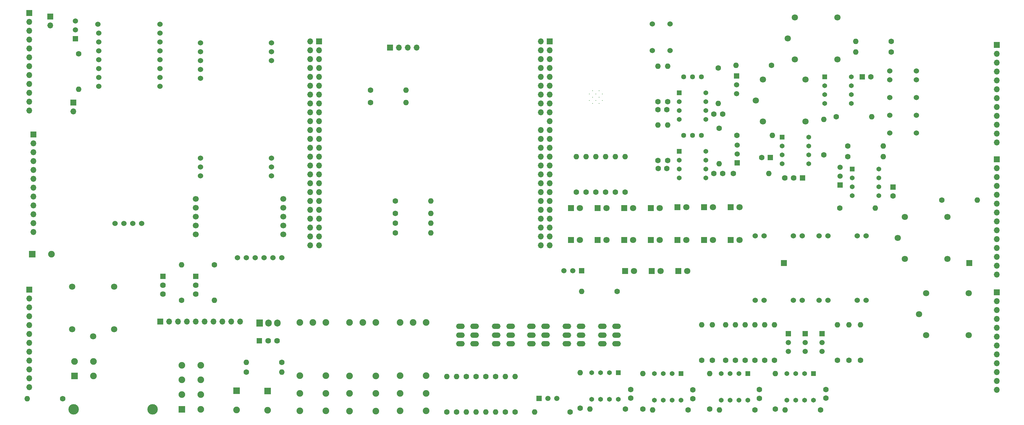
<source format=gbr>
%TF.GenerationSoftware,KiCad,Pcbnew,(6.0.5)*%
%TF.CreationDate,2023-07-29T02:07:02+09:00*%
%TF.ProjectId,LV_PCB,4c565f50-4342-42e6-9b69-6361645f7063,rev?*%
%TF.SameCoordinates,Original*%
%TF.FileFunction,Soldermask,Bot*%
%TF.FilePolarity,Negative*%
%FSLAX46Y46*%
G04 Gerber Fmt 4.6, Leading zero omitted, Abs format (unit mm)*
G04 Created by KiCad (PCBNEW (6.0.5)) date 2023-07-29 02:07:02*
%MOMM*%
%LPD*%
G01*
G04 APERTURE LIST*
%ADD10C,1.600000*%
%ADD11O,1.600000X1.600000*%
%ADD12R,1.500000X1.500000*%
%ADD13C,1.500000*%
%ADD14R,1.800000X1.800000*%
%ADD15C,1.800000*%
%ADD16C,1.524000*%
%ADD17R,1.700000X1.700000*%
%ADD18O,1.700000X1.700000*%
%ADD19C,1.440000*%
%ADD20O,2.500000X1.500000*%
%ADD21R,1.600000X1.600000*%
%ADD22R,1.900000X1.900000*%
%ADD23C,1.900000*%
%ADD24R,1.371600X1.371600*%
%ADD25C,1.371600*%
%ADD26R,1.625600X1.625600*%
%ADD27C,1.625600*%
%ADD28C,1.905000*%
%ADD29C,1.700000*%
%ADD30R,1.905000X2.000000*%
%ADD31O,1.905000X2.000000*%
%ADD32C,3.000000*%
%ADD33C,0.300000*%
G04 APERTURE END LIST*
D10*
%TO.C,R19*%
X205994000Y53340000D03*
D11*
X205994000Y63500000D03*
%TD*%
D10*
%TO.C,R31*%
X264424000Y134620000D03*
D11*
X264424000Y124460000D03*
%TD*%
D12*
%TO.C,Q10*%
X284247000Y75819000D03*
D13*
X284247000Y73279000D03*
X284247000Y70739000D03*
%TD*%
D10*
%TO.C,R63*%
X231902000Y116332000D03*
D11*
X231902000Y126492000D03*
%TD*%
D14*
%TO.C,D12*%
X252476000Y112014000D03*
D15*
X255016000Y112014000D03*
%TD*%
D10*
%TO.C,R21*%
X269504000Y132588000D03*
D11*
X279664000Y132588000D03*
%TD*%
D10*
%TO.C,R41*%
X280543000Y54249000D03*
D11*
X280543000Y64409000D03*
%TD*%
D16*
%TO.C,U5*%
X288194500Y85331000D03*
X285654500Y85331000D03*
X274714500Y85331000D03*
X277254500Y85331000D03*
X288194500Y103791000D03*
X285654500Y103791000D03*
X277254500Y103791000D03*
X274714500Y103791000D03*
%TD*%
D10*
%TO.C,C10*%
X275971000Y59797000D03*
X275971000Y57297000D03*
%TD*%
D14*
%TO.C,D11*%
X260096000Y112014000D03*
D15*
X262636000Y112014000D03*
%TD*%
D10*
%TO.C,R2*%
X76454000Y57150000D03*
D11*
X66294000Y57150000D03*
%TD*%
D10*
%TO.C,R36*%
X298323000Y68199000D03*
D11*
X298323000Y78359000D03*
%TD*%
D12*
%TO.C,Q9*%
X289073000Y75819000D03*
D13*
X289073000Y73279000D03*
X289073000Y70739000D03*
%TD*%
D14*
%TO.C,D5*%
X245110000Y93726000D03*
D15*
X247650000Y93726000D03*
%TD*%
D17*
%TO.C,J14*%
X79512000Y141986000D03*
D18*
X79512000Y139446000D03*
%TD*%
D15*
%TO.C,K5*%
X298292800Y166381400D03*
X286092800Y154381400D03*
X286092800Y166381400D03*
X284092800Y160381400D03*
X298292800Y154381400D03*
%TD*%
D10*
%TO.C,R42*%
X261747000Y54229000D03*
D11*
X261747000Y64389000D03*
%TD*%
D10*
%TO.C,R55*%
X171704000Y104648000D03*
D11*
X181864000Y104648000D03*
%TD*%
D19*
%TO.C,RV2*%
X254254000Y132588000D03*
X256794000Y132588000D03*
X259334000Y132588000D03*
%TD*%
D20*
%TO.C,SW2*%
X190335700Y72918700D03*
X190335700Y77918700D03*
X190335700Y75418700D03*
X194435700Y75418700D03*
X194435700Y77918700D03*
X194435700Y72918700D03*
%TD*%
%TO.C,SW4*%
X200622700Y72918700D03*
X200622700Y77918700D03*
X200622700Y75418700D03*
X204722700Y75418700D03*
X204722700Y77918700D03*
X204722700Y72918700D03*
%TD*%
D14*
%TO.C,D8*%
X252476000Y102616000D03*
D15*
X255016000Y102616000D03*
%TD*%
D16*
%TO.C,SW8*%
X245294400Y156889700D03*
X250374400Y156889700D03*
X245294400Y164509700D03*
X250374400Y164509700D03*
%TD*%
D21*
%TO.C,C5*%
X305372888Y149352000D03*
D10*
X307872888Y149352000D03*
%TD*%
%TO.C,R23*%
X246898000Y125436000D03*
D11*
X246898000Y135596000D03*
%TD*%
D12*
%TO.C,Q6*%
X269610000Y124714000D03*
D13*
X269610000Y127254000D03*
X269610000Y129794000D03*
%TD*%
D20*
%TO.C,SW1*%
X220815700Y72918700D03*
X220815700Y77918700D03*
X220815700Y75418700D03*
X224915700Y75418700D03*
X224915700Y77918700D03*
X224915700Y72918700D03*
%TD*%
D22*
%TO.C,J6*%
X79808001Y63685999D03*
D23*
X79808001Y67885998D03*
X85308000Y63685999D03*
X85308000Y67885998D03*
%TD*%
D24*
%TO.C,U16*%
X235585000Y64643000D03*
D25*
X233045000Y64643000D03*
X230505000Y64643000D03*
X227965000Y64643000D03*
X227965000Y57023000D03*
X230505000Y57023000D03*
X233045000Y57023000D03*
X235585000Y57023000D03*
%TD*%
D17*
%TO.C,J2*%
X343916000Y87625000D03*
D18*
X343916000Y85085000D03*
X343916000Y82545000D03*
X343916000Y80005000D03*
X343916000Y77465000D03*
X343916000Y74925000D03*
X343916000Y72385000D03*
X343916000Y69845000D03*
X343916000Y67305000D03*
X343916000Y64765000D03*
X343916000Y62225000D03*
X343916000Y59685000D03*
%TD*%
D21*
%TO.C,10uF1*%
X279091113Y126238000D03*
D10*
X276591113Y126238000D03*
%TD*%
%TO.C,R12*%
X139192000Y67564000D03*
D11*
X129032000Y67564000D03*
%TD*%
D10*
%TO.C,R43*%
X293497000Y53995000D03*
D11*
X283337000Y53995000D03*
%TD*%
D14*
%TO.C,D9*%
X267711000Y112014000D03*
D15*
X270251000Y112014000D03*
%TD*%
D14*
%TO.C,D7*%
X252730000Y93726000D03*
D15*
X255270000Y93726000D03*
%TD*%
D19*
%TO.C,RV1*%
X254254000Y149352000D03*
X256794000Y149352000D03*
X259334000Y149352000D03*
%TD*%
D26*
%TO.C,Q2*%
X132770600Y73799700D03*
D27*
X135310600Y73799700D03*
X137850600Y73799700D03*
%TD*%
D10*
%TO.C,C1*%
X262920000Y138684000D03*
X265420000Y138684000D03*
%TD*%
D17*
%TO.C,J12*%
X68072000Y132842000D03*
D18*
X68072000Y130302000D03*
X68072000Y127762000D03*
X68072000Y125222000D03*
X68072000Y122682000D03*
X68072000Y120142000D03*
X68072000Y117602000D03*
X68072000Y115062000D03*
X68072000Y112522000D03*
X68072000Y109982000D03*
X68072000Y107442000D03*
X68072000Y104902000D03*
%TD*%
D10*
%TO.C,R62*%
X229108000Y116332000D03*
D11*
X229108000Y126492000D03*
%TD*%
D24*
%TO.C,U13*%
X294640000Y149352000D03*
D25*
X294640000Y146812000D03*
X294640000Y144272000D03*
X294640000Y141732000D03*
X302260000Y141732000D03*
X302260000Y144272000D03*
X302260000Y146812000D03*
X302260000Y149352000D03*
%TD*%
D15*
%TO.C,K2*%
X79197200Y89263600D03*
X91197200Y77063600D03*
X79197200Y77063600D03*
X85197200Y75063600D03*
X91197200Y89263600D03*
%TD*%
D10*
%TO.C,R46*%
X301244000Y126492000D03*
D11*
X311404000Y126492000D03*
%TD*%
D10*
%TO.C,R52*%
X164592000Y145542000D03*
D11*
X174752000Y145542000D03*
%TD*%
D10*
%TO.C,R50*%
X301244000Y129540000D03*
D11*
X311404000Y129540000D03*
%TD*%
D10*
%TO.C,R3*%
X119888000Y95504000D03*
D11*
X119888000Y85344000D03*
%TD*%
D12*
%TO.C,Q8*%
X293899000Y75819000D03*
D13*
X293899000Y73279000D03*
X293899000Y70739000D03*
%TD*%
D16*
%TO.C,K6*%
X320897000Y151035000D03*
X320897000Y148495000D03*
X320897000Y143415000D03*
X320897000Y138335000D03*
X320897000Y133255000D03*
X313277000Y133255000D03*
X313277000Y138335000D03*
X313277000Y143415000D03*
X313277000Y148495000D03*
X313277000Y151035000D03*
%TD*%
D17*
%TO.C,J15*%
X336052000Y96012000D03*
%TD*%
D28*
%TO.C,RLY2*%
X158616000Y78994000D03*
X166116000Y78994000D03*
X162366000Y78994003D03*
X166116000Y58694003D03*
X166116000Y63734003D03*
X166116000Y53654000D03*
X158615944Y58694079D03*
X158615944Y63734079D03*
X158616000Y53654000D03*
%TD*%
%TO.C,RLY3*%
X173034000Y79039387D03*
X180534000Y79039387D03*
X176784000Y79039390D03*
X180534000Y58739390D03*
X180534000Y63779390D03*
X180534000Y53699387D03*
X173033944Y58739466D03*
X173033944Y63779466D03*
X173034000Y53699387D03*
%TD*%
D14*
%TO.C,D2*%
X237490000Y93726000D03*
D15*
X240030000Y93726000D03*
%TD*%
D10*
%TO.C,R5*%
X189230000Y53340000D03*
D11*
X189230000Y63500000D03*
%TD*%
D17*
%TO.C,J5*%
X343916000Y125720000D03*
D18*
X343916000Y123180000D03*
X343916000Y120640000D03*
X343916000Y118100000D03*
X343916000Y115560000D03*
X343916000Y113020000D03*
X343916000Y110480000D03*
X343916000Y107940000D03*
X343916000Y105400000D03*
X343916000Y102860000D03*
X343916000Y100320000D03*
X343916000Y97780000D03*
X343916000Y95240000D03*
X343916000Y92700000D03*
%TD*%
D16*
%TO.C,U10*%
X99095200Y107408600D03*
X96555200Y107408600D03*
X94015200Y107408600D03*
X91475200Y107408600D03*
%TD*%
%TO.C,U12*%
X104324400Y146658600D03*
X104324400Y149198600D03*
X104324400Y151738600D03*
X104324400Y154278600D03*
X104324400Y156818600D03*
X104324400Y159358600D03*
X104324400Y161898600D03*
X104324400Y164438600D03*
X86544400Y164438600D03*
X86773000Y161898600D03*
X86773000Y159358600D03*
X86773000Y156818600D03*
X86773000Y154278600D03*
X86773000Y151738600D03*
X86773000Y149198600D03*
X86773000Y146658600D03*
%TD*%
D17*
%TO.C,J7*%
X104399000Y79248000D03*
D18*
X106939000Y79248000D03*
X109479000Y79248000D03*
X112019000Y79248000D03*
X114559000Y79248000D03*
X117099000Y79248000D03*
X119639000Y79248000D03*
X122179000Y79248000D03*
X124719000Y79248000D03*
X127259000Y79248000D03*
%TD*%
D16*
%TO.C,U7*%
X126483700Y97522700D03*
X129023700Y97522700D03*
X131563700Y97522700D03*
X134103700Y97522700D03*
X136643700Y97522700D03*
X139183700Y97522700D03*
%TD*%
D10*
%TO.C,R7*%
X194818000Y63500000D03*
D11*
X194818000Y53340000D03*
%TD*%
D12*
%TO.C,Q13*%
X299064000Y118364000D03*
D13*
X299064000Y120904000D03*
X299064000Y123444000D03*
%TD*%
D29*
%TO.C,U9*%
X139595000Y111855000D03*
X139595000Y109315000D03*
X139595000Y106775000D03*
X139595000Y104235000D03*
X114595000Y104235000D03*
X114595000Y106775000D03*
X114595000Y109315000D03*
X114595000Y111855000D03*
X114595000Y114395000D03*
X139595000Y114395000D03*
%TD*%
D10*
%TO.C,R60*%
X223520000Y116332000D03*
D11*
X223520000Y126492000D03*
%TD*%
D14*
%TO.C,D10*%
X260096000Y102616000D03*
D15*
X262636000Y102616000D03*
%TD*%
D14*
%TO.C,D3*%
X229616000Y102616000D03*
D15*
X232156000Y102616000D03*
%TD*%
D22*
%TO.C,J13*%
X67743001Y98569500D03*
D23*
X73243000Y98569500D03*
%TD*%
D24*
%TO.C,U2*%
X252994000Y144780000D03*
D25*
X252994000Y142240000D03*
X252994000Y139700000D03*
X252994000Y137160000D03*
X260614000Y137160000D03*
X260614000Y139700000D03*
X260614000Y142240000D03*
X260614000Y144780000D03*
%TD*%
D10*
%TO.C,R34*%
X304927000Y68199000D03*
D11*
X304927000Y78359000D03*
%TD*%
D10*
%TO.C,R44*%
X274701000Y53975000D03*
D11*
X264541000Y53975000D03*
%TD*%
D10*
%TO.C,R26*%
X274701000Y68199000D03*
D11*
X274701000Y78359000D03*
%TD*%
D16*
%TO.C,U6*%
X303942500Y85331000D03*
X306482500Y85331000D03*
X293002500Y85331000D03*
X295542500Y85331000D03*
X306482500Y103791000D03*
X303942500Y103791000D03*
X293002500Y103791000D03*
X295542500Y103791000D03*
%TD*%
D26*
%TO.C,Q1*%
X105156000Y92202000D03*
D27*
X105156000Y89662000D03*
X105156000Y87122000D03*
%TD*%
D10*
%TO.C,R57*%
X313690000Y159512000D03*
D11*
X303530000Y159512000D03*
%TD*%
D10*
%TO.C,R27*%
X277495000Y68199000D03*
D11*
X277495000Y78359000D03*
%TD*%
D10*
%TO.C,C7*%
X239141000Y59817000D03*
X239141000Y57317000D03*
%TD*%
D26*
%TO.C,Q4*%
X288300000Y120396000D03*
D27*
X285760000Y120396000D03*
X283220000Y120396000D03*
%TD*%
D10*
%TO.C,R38*%
X297942000Y137922000D03*
D11*
X308102000Y137922000D03*
%TD*%
D22*
%TO.C,J3*%
X110542001Y54169503D03*
D23*
X110542001Y58369502D03*
X110542001Y62569501D03*
X110542001Y66769501D03*
X116042000Y54169503D03*
X116042000Y58369502D03*
X116042000Y62569501D03*
X116042000Y66769501D03*
%TD*%
D30*
%TO.C,Q3*%
X132842000Y78811000D03*
D31*
X135382000Y78811000D03*
X137922000Y78811000D03*
%TD*%
D22*
%TO.C,J11*%
X135138000Y59383999D03*
D23*
X135138000Y53884000D03*
%TD*%
D10*
%TO.C,R6*%
X192024000Y63500000D03*
D11*
X192024000Y53340000D03*
%TD*%
D14*
%TO.C,D13*%
X221996000Y111760000D03*
D15*
X224536000Y111760000D03*
%TD*%
D10*
%TO.C,R56*%
X171704000Y107442000D03*
D11*
X181864000Y107442000D03*
%TD*%
D17*
%TO.C,J4*%
X66929000Y88392000D03*
D18*
X66929000Y85852000D03*
X66929000Y83312000D03*
X66929000Y80772000D03*
X66929000Y78232000D03*
X66929000Y75692000D03*
X66929000Y73152000D03*
X66929000Y70612000D03*
X66929000Y68072000D03*
X66929000Y65532000D03*
X66929000Y62992000D03*
X66929000Y60452000D03*
%TD*%
D24*
%TO.C,U19*%
X272669000Y64389000D03*
D25*
X270129000Y64389000D03*
X267589000Y64389000D03*
X265049000Y64389000D03*
X265049000Y56769000D03*
X267589000Y56769000D03*
X270129000Y56769000D03*
X272669000Y56769000D03*
%TD*%
D10*
%TO.C,R17*%
X268488000Y121666000D03*
D11*
X278648000Y121666000D03*
%TD*%
D10*
%TO.C,R13*%
X262509000Y68199000D03*
D11*
X262509000Y78359000D03*
%TD*%
D10*
%TO.C,R58*%
X313690000Y156464000D03*
D11*
X303530000Y156464000D03*
%TD*%
D10*
%TO.C,C8*%
X256921000Y59690000D03*
X256921000Y57190000D03*
%TD*%
%TO.C,R53*%
X171704000Y113792000D03*
D11*
X181864000Y113792000D03*
%TD*%
D10*
%TO.C,R64*%
X203200000Y53340000D03*
D11*
X203200000Y63500000D03*
%TD*%
D10*
%TO.C,R48*%
X328168000Y114046000D03*
D11*
X338328000Y114046000D03*
%TD*%
D10*
%TO.C,R15*%
X221742000Y53340000D03*
D11*
X211582000Y53340000D03*
%TD*%
D20*
%TO.C,SW3*%
X230975700Y72918700D03*
X230975700Y77918700D03*
X230975700Y75418700D03*
X235075700Y75418700D03*
X235075700Y77918700D03*
X235075700Y72918700D03*
%TD*%
D14*
%TO.C,D17*%
X267716000Y102616000D03*
D15*
X270256000Y102616000D03*
%TD*%
D32*
%TO.C,F1*%
X102232000Y54102000D03*
X79632000Y54102000D03*
%TD*%
D14*
%TO.C,D15*%
X237236000Y111760000D03*
D15*
X239776000Y111760000D03*
%TD*%
D10*
%TO.C,R18*%
X294396000Y127000000D03*
D11*
X294396000Y137160000D03*
%TD*%
D12*
%TO.C,Q12*%
X80116000Y160274000D03*
D13*
X80116000Y162814000D03*
X80116000Y165354000D03*
%TD*%
D10*
%TO.C,R4*%
X110490000Y85344000D03*
D11*
X110490000Y95504000D03*
%TD*%
D10*
%TO.C,C4*%
X246938000Y123150000D03*
X249438000Y123150000D03*
%TD*%
%TO.C,R16*%
X271907000Y68199000D03*
D11*
X271907000Y78359000D03*
%TD*%
D10*
%TO.C,C9*%
X295021000Y59817000D03*
X295021000Y57317000D03*
%TD*%
D24*
%TO.C,U14*%
X302514000Y122936000D03*
D25*
X302514000Y120396000D03*
X302514000Y117856000D03*
X302514000Y115316000D03*
X310134000Y115316000D03*
X310134000Y117856000D03*
X310134000Y120396000D03*
X310134000Y122936000D03*
%TD*%
D10*
%TO.C,R20*%
X279410000Y152654000D03*
D11*
X269250000Y152654000D03*
%TD*%
D24*
%TO.C,U1*%
X282458000Y132080000D03*
D25*
X282458000Y129540000D03*
X282458000Y127000000D03*
X282458000Y124460000D03*
X290078000Y124460000D03*
X290078000Y127000000D03*
X290078000Y129540000D03*
X290078000Y132080000D03*
%TD*%
D10*
%TO.C,R8*%
X197612000Y63500000D03*
D11*
X197612000Y53340000D03*
%TD*%
D10*
%TO.C,R54*%
X164592000Y141986000D03*
D11*
X174752000Y141986000D03*
%TD*%
D10*
%TO.C,R32*%
X249692000Y125436000D03*
D11*
X249692000Y135596000D03*
%TD*%
D17*
%TO.C,J10*%
X343916000Y158486000D03*
D18*
X343916000Y155946000D03*
X343916000Y153406000D03*
X343916000Y150866000D03*
X343916000Y148326000D03*
X343916000Y145786000D03*
X343916000Y143246000D03*
X343916000Y140706000D03*
X343916000Y138166000D03*
X343916000Y135626000D03*
X343916000Y133086000D03*
X343916000Y130546000D03*
%TD*%
D24*
%TO.C,U18*%
X291465000Y64409000D03*
D25*
X288925000Y64409000D03*
X286385000Y64409000D03*
X283845000Y64409000D03*
X283845000Y56789000D03*
X286385000Y56789000D03*
X288925000Y56789000D03*
X291465000Y56789000D03*
%TD*%
D10*
%TO.C,C2*%
X262920000Y121666000D03*
X265420000Y121666000D03*
%TD*%
D12*
%TO.C,Q11*%
X212852000Y57298000D03*
D13*
X215392000Y57298000D03*
X217932000Y57298000D03*
%TD*%
D10*
%TO.C,R61*%
X226314000Y116332000D03*
D11*
X226314000Y126492000D03*
%TD*%
D24*
%TO.C,U3*%
X252994000Y128016000D03*
D25*
X252994000Y125476000D03*
X252994000Y122936000D03*
X252994000Y120396000D03*
X260614000Y120396000D03*
X260614000Y122936000D03*
X260614000Y125476000D03*
X260614000Y128016000D03*
%TD*%
D15*
%TO.C,K1*%
X289158800Y148601400D03*
X276958800Y136601400D03*
X276958800Y148601400D03*
X274958800Y142601400D03*
X289158800Y136601400D03*
%TD*%
D10*
%TO.C,R25*%
X224663000Y54483000D03*
D11*
X224663000Y64643000D03*
%TD*%
D10*
%TO.C,R14*%
X269113000Y68199000D03*
D11*
X269113000Y78359000D03*
%TD*%
D26*
%TO.C,Q7*%
X114554000Y92202000D03*
D27*
X114554000Y89662000D03*
X114554000Y87122000D03*
%TD*%
D10*
%TO.C,R9*%
X129032000Y64770000D03*
D11*
X139192000Y64770000D03*
%TD*%
D10*
%TO.C,R28*%
X280289000Y68199000D03*
D11*
X280289000Y78359000D03*
%TD*%
D17*
%TO.C,J1*%
X66929000Y167640000D03*
D18*
X66929000Y165100000D03*
X66929000Y162560000D03*
X66929000Y160020000D03*
X66929000Y157480000D03*
X66929000Y154940000D03*
X66929000Y152400000D03*
X66929000Y149860000D03*
X66929000Y147320000D03*
X66929000Y144780000D03*
X66929000Y142240000D03*
X66929000Y139700000D03*
%TD*%
D10*
%TO.C,R45*%
X81026000Y155956000D03*
D11*
X81026000Y145796000D03*
%TD*%
D10*
%TO.C,R40*%
X255524000Y53975000D03*
D11*
X245364000Y53975000D03*
%TD*%
D15*
%TO.C,K4*%
X329788800Y109231400D03*
X317588800Y97231400D03*
X317588800Y109231400D03*
X315588800Y103231400D03*
X329788800Y97231400D03*
%TD*%
D14*
%TO.C,D16*%
X244856000Y111760000D03*
D15*
X247396000Y111760000D03*
%TD*%
D12*
%TO.C,Q5*%
X269398000Y149606000D03*
D13*
X269398000Y147066000D03*
X269398000Y144526000D03*
%TD*%
D18*
%TO.C,U15*%
X215922200Y139200600D03*
X213382200Y139200600D03*
X215922200Y136660600D03*
X149880000Y151900600D03*
X215922200Y131580600D03*
X213382200Y131580600D03*
X215922200Y129040600D03*
X213382200Y129040600D03*
X213382200Y113800600D03*
X215922200Y111260600D03*
X213382200Y111260600D03*
X215922200Y108720600D03*
X213382200Y108720600D03*
X215922200Y106180600D03*
X213382200Y106180600D03*
X215922200Y103640600D03*
X149880000Y103640600D03*
X147340000Y106180600D03*
X149880000Y106180600D03*
X147340000Y108720600D03*
X149880000Y108720600D03*
X149880000Y111260600D03*
X147340000Y113800600D03*
X147340000Y116340600D03*
X149880000Y116340600D03*
X147340000Y118880600D03*
X149880000Y118880600D03*
X149880000Y123960600D03*
X147340000Y129040600D03*
X149880000Y129040600D03*
X149880000Y134120600D03*
X147340000Y136660600D03*
X147340000Y141740600D03*
X149880000Y141740600D03*
X149880000Y154440600D03*
D17*
X215922200Y159520600D03*
X170200000Y157748100D03*
D18*
X172740000Y157748100D03*
X175280000Y157748100D03*
X177820000Y157748100D03*
X147340000Y146820600D03*
X147340000Y121420600D03*
X147340000Y159520600D03*
X213382200Y134120600D03*
X147340000Y126500600D03*
X147340000Y139200600D03*
X149880000Y136660600D03*
X213382200Y118880600D03*
X213382200Y149360600D03*
X147340000Y144280600D03*
X213382200Y101100600D03*
X213382200Y141740600D03*
X213382200Y103640600D03*
X215922200Y121420600D03*
X213382200Y151900600D03*
X215922200Y116340600D03*
X149880000Y101100600D03*
X149880000Y149360600D03*
X215922200Y134120600D03*
X215922200Y118880600D03*
X147340000Y103640600D03*
X147340000Y156980600D03*
X215922200Y156980600D03*
X149880000Y139200600D03*
X213382200Y121420600D03*
X149880000Y144280600D03*
X215922200Y154440600D03*
X215922200Y123960600D03*
X147340000Y111260600D03*
X149880000Y156980600D03*
X215922200Y151900600D03*
X215922200Y144280600D03*
X149880000Y131580600D03*
X213382200Y146820600D03*
X215922200Y149360600D03*
X147340000Y151900600D03*
X149880000Y126500600D03*
X213382200Y123960600D03*
X147340000Y134120600D03*
X213382200Y154440600D03*
X147340000Y154440600D03*
X213382200Y126500600D03*
X147340000Y131580600D03*
X213382200Y116340600D03*
X215922200Y126500600D03*
X147340000Y123960600D03*
X147340000Y101100600D03*
X149880000Y121420600D03*
D17*
X149880000Y159520600D03*
D18*
X149880000Y146820600D03*
X215922200Y141740600D03*
X215922200Y101100600D03*
X213382200Y159520600D03*
X215922200Y146820600D03*
X213382200Y156980600D03*
X147340000Y149360600D03*
X149880000Y113800600D03*
X213382200Y144280600D03*
X215922200Y113800600D03*
%TD*%
D10*
%TO.C,R37*%
X171704000Y110236000D03*
D11*
X181864000Y110236000D03*
%TD*%
D10*
%TO.C,R1*%
X186436000Y53340000D03*
D11*
X186436000Y63500000D03*
%TD*%
D10*
%TO.C,R39*%
X237617000Y54229000D03*
D11*
X227457000Y54229000D03*
%TD*%
D10*
%TO.C,C3*%
X246918000Y139954000D03*
X249418000Y139954000D03*
%TD*%
D14*
%TO.C,D1*%
X221996000Y102616000D03*
D15*
X224536000Y102616000D03*
%TD*%
D10*
%TO.C,R33*%
X242570000Y54229000D03*
D11*
X242570000Y64389000D03*
%TD*%
D12*
%TO.C,Q14*%
X225044000Y93832000D03*
D13*
X222504000Y93832000D03*
X219964000Y93832000D03*
%TD*%
D10*
%TO.C,R22*%
X246898000Y142240000D03*
D11*
X246898000Y152400000D03*
%TD*%
D10*
%TO.C,R30*%
X264170000Y151892000D03*
D11*
X264170000Y141732000D03*
%TD*%
D10*
%TO.C,R29*%
X249692000Y142240000D03*
D11*
X249692000Y152400000D03*
%TD*%
D33*
%TO.C,U11*%
X228206500Y145391000D03*
X230041500Y145391000D03*
X227289000Y144473500D03*
X229124000Y144473500D03*
X230959000Y144473500D03*
X228206500Y143556000D03*
X230041500Y143556000D03*
X227289000Y142638500D03*
X229124000Y142638500D03*
X230959000Y142638500D03*
X228206500Y141721000D03*
X230041500Y141721000D03*
%TD*%
D10*
%TO.C,R49*%
X237490000Y116332000D03*
D11*
X237490000Y126492000D03*
%TD*%
D21*
%TO.C,C6*%
X314198000Y117791112D03*
D10*
X314198000Y115291112D03*
%TD*%
D14*
%TO.C,D4*%
X237236000Y102616000D03*
D15*
X239776000Y102616000D03*
%TD*%
D14*
%TO.C,D6*%
X244856000Y102616000D03*
D15*
X247396000Y102616000D03*
%TD*%
%TO.C,K3*%
X335884800Y87387400D03*
X323684800Y75387400D03*
X323684800Y87387400D03*
X321684800Y81387400D03*
X335884800Y75387400D03*
%TD*%
D28*
%TO.C,RLY1*%
X144332000Y79039387D03*
X151832000Y79039387D03*
X148082000Y79039390D03*
X151832000Y58739390D03*
X151832000Y63779390D03*
X151832000Y53699387D03*
X144331944Y58739466D03*
X144331944Y63779466D03*
X144332000Y53699387D03*
%TD*%
D22*
%TO.C,J8*%
X126238000Y59436000D03*
D23*
X126238000Y53936001D03*
%TD*%
D20*
%TO.C,SW5*%
X210655700Y72918700D03*
X210655700Y77918700D03*
X210655700Y75418700D03*
X214755700Y75418700D03*
X214755700Y77918700D03*
X214755700Y72918700D03*
%TD*%
D17*
%TO.C,J16*%
X282966000Y96012000D03*
%TD*%
D10*
%TO.C,R11*%
X266319000Y68199000D03*
D11*
X266319000Y78359000D03*
%TD*%
D10*
%TO.C,R47*%
X235204000Y87884000D03*
D11*
X225044000Y87884000D03*
%TD*%
D10*
%TO.C,R24*%
X200406000Y63500000D03*
D11*
X200406000Y53340000D03*
%TD*%
D14*
%TO.C,D14*%
X229616000Y111760000D03*
D15*
X232156000Y111760000D03*
%TD*%
D10*
%TO.C,R59*%
X234696000Y116332000D03*
D11*
X234696000Y126492000D03*
%TD*%
D16*
%TO.C,U8*%
X136239000Y159156000D03*
X136239000Y154076000D03*
X136239000Y126136000D03*
X136239000Y121056000D03*
X115919000Y121056000D03*
X115919000Y126136000D03*
X115919000Y148996000D03*
X115919000Y154076000D03*
X115919000Y159156000D03*
X115919000Y151536000D03*
X136239000Y156616000D03*
X115919000Y156616000D03*
X136239000Y123596000D03*
X115919000Y123596000D03*
%TD*%
D10*
%TO.C,R10*%
X259461000Y68199000D03*
D11*
X259461000Y78359000D03*
%TD*%
D10*
%TO.C,R51*%
X298958000Y111760000D03*
D11*
X309118000Y111760000D03*
%TD*%
D17*
%TO.C,J9*%
X72898000Y166624000D03*
D18*
X72898000Y164084000D03*
%TD*%
D10*
%TO.C,R35*%
X301625000Y68199000D03*
D11*
X301625000Y78359000D03*
%TD*%
D24*
%TO.C,U17*%
X253492000Y64389000D03*
D25*
X250952000Y64389000D03*
X248412000Y64389000D03*
X245872000Y64389000D03*
X245872000Y56769000D03*
X248412000Y56769000D03*
X250952000Y56769000D03*
X253492000Y56769000D03*
%TD*%
M02*

</source>
